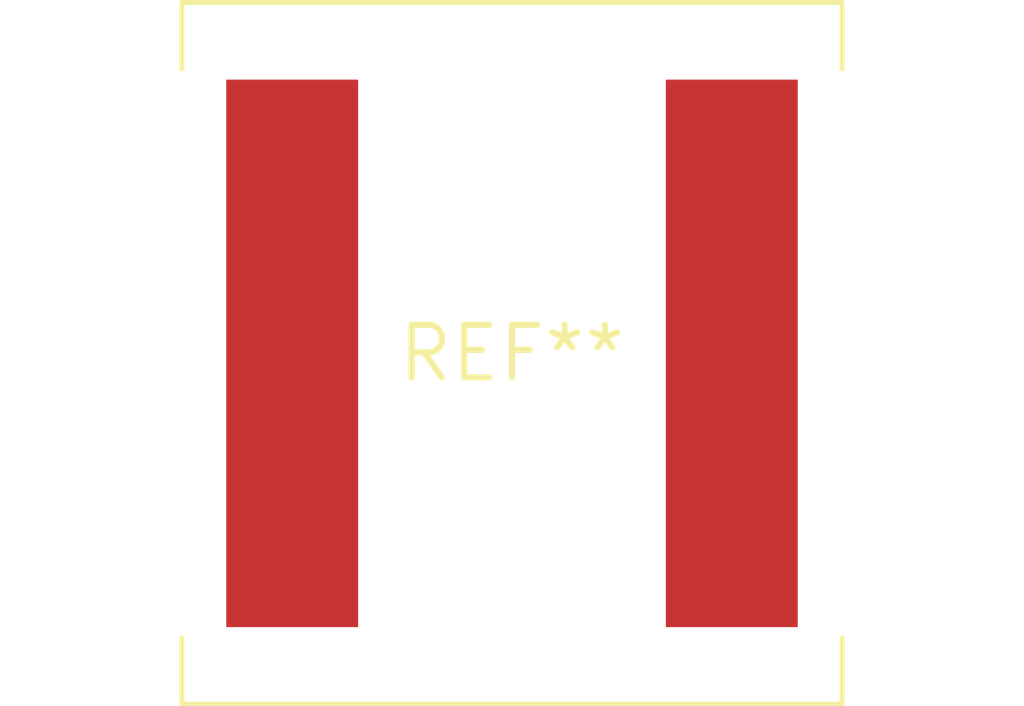
<source format=kicad_pcb>
(kicad_pcb (version 20240108) (generator pcbnew)
  (layers (0 "F.Cu" signal) (31 "B.Cu" signal) (34 "B.Paste" user) (35 "F.Paste" user) (36 "B.SilkS" user "B.Silkscreen") (37 "F.SilkS" user "F.Silkscreen") (38 "B.Mask" user) (39 "F.Mask" user) (44 "Edge.Cuts" user))
  (net 0 "")
  (footprint "L_Coilcraft_XAL1510-682" (layer "F.Cu") (at 0 0)
    (property "Reference" "REF**")
    (property "Value" "L_Coilcraft_XAL1510-682")
    (fp_line (start -7.96 -8.46) (end -7.96 -6.86) (layer "F.SilkS") (stroke (width 0.12)))
    (fp_line (start -7.96 -8.46) (end 7.96 -8.46) (layer "F.SilkS") (stroke (width 0.12)))
    (fp_line (start -7.96 8.46) (end -7.96 6.86) (layer "F.SilkS") (stroke (width 0.12)))
    (fp_line (start -7.96 8.46) (end 7.96 8.46) (layer "F.SilkS") (stroke (width 0.12)))
    (fp_line (start 7.96 -8.46) (end 7.96 -6.86) (layer "F.SilkS") (stroke (width 0.12)))
    (fp_line (start 7.96 8.46) (end 7.96 6.86) (layer "F.SilkS") (stroke (width 0.12)))
    (pad "1" smd rect (at -5.3 0) (size 3.18 13.2) (layers "F.Cu" "F.Paste" "F.Mask"))
    (pad "2" smd rect (at 5.3 0) (size 3.18 13.2) (layers "F.Cu" "F.Paste" "F.Mask"))
  )
)
</source>
